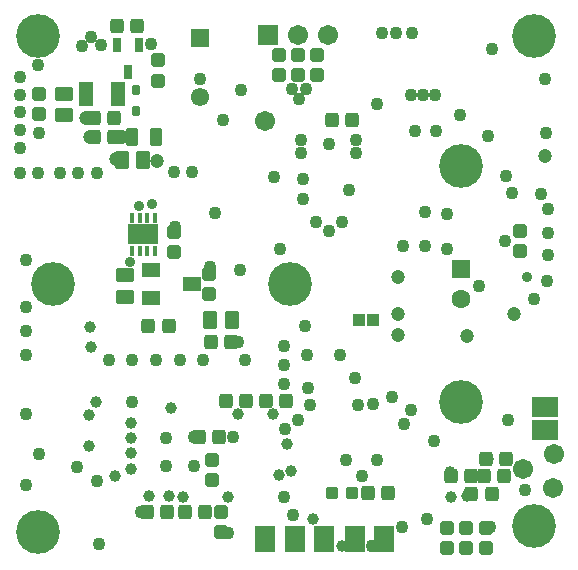
<source format=gbs>
G04 Layer_Color=16711935*
%FSLAX44Y44*%
%MOMM*%
G71*
G01*
G75*
%ADD17R,1.0000X1.0000*%
G04:AMPARAMS|DCode=78|XSize=1.2032mm|YSize=1.1032mm|CornerRadius=0.2141mm|HoleSize=0mm|Usage=FLASHONLY|Rotation=270.000|XOffset=0mm|YOffset=0mm|HoleType=Round|Shape=RoundedRectangle|*
%AMROUNDEDRECTD78*
21,1,1.2032,0.6750,0,0,270.0*
21,1,0.7750,1.1032,0,0,270.0*
1,1,0.4282,-0.3375,-0.3875*
1,1,0.4282,-0.3375,0.3875*
1,1,0.4282,0.3375,0.3875*
1,1,0.4282,0.3375,-0.3875*
%
%ADD78ROUNDEDRECTD78*%
G04:AMPARAMS|DCode=82|XSize=1.6032mm|YSize=1.2032mm|CornerRadius=0.2266mm|HoleSize=0mm|Usage=FLASHONLY|Rotation=0.000|XOffset=0mm|YOffset=0mm|HoleType=Round|Shape=RoundedRectangle|*
%AMROUNDEDRECTD82*
21,1,1.6032,0.7500,0,0,0.0*
21,1,1.1500,1.2032,0,0,0.0*
1,1,0.4532,0.5750,-0.3750*
1,1,0.4532,-0.5750,-0.3750*
1,1,0.4532,-0.5750,0.3750*
1,1,0.4532,0.5750,0.3750*
%
%ADD82ROUNDEDRECTD82*%
G04:AMPARAMS|DCode=83|XSize=0.8532mm|YSize=0.7032mm|CornerRadius=0.1516mm|HoleSize=0mm|Usage=FLASHONLY|Rotation=270.000|XOffset=0mm|YOffset=0mm|HoleType=Round|Shape=RoundedRectangle|*
%AMROUNDEDRECTD83*
21,1,0.8532,0.4000,0,0,270.0*
21,1,0.5500,0.7032,0,0,270.0*
1,1,0.3032,-0.2000,-0.2750*
1,1,0.3032,-0.2000,0.2750*
1,1,0.3032,0.2000,0.2750*
1,1,0.3032,0.2000,-0.2750*
%
%ADD83ROUNDEDRECTD83*%
G04:AMPARAMS|DCode=86|XSize=1.2032mm|YSize=1.1032mm|CornerRadius=0.2141mm|HoleSize=0mm|Usage=FLASHONLY|Rotation=0.000|XOffset=0mm|YOffset=0mm|HoleType=Round|Shape=RoundedRectangle|*
%AMROUNDEDRECTD86*
21,1,1.2032,0.6750,0,0,0.0*
21,1,0.7750,1.1032,0,0,0.0*
1,1,0.4282,0.3875,-0.3375*
1,1,0.4282,-0.3875,-0.3375*
1,1,0.4282,-0.3875,0.3375*
1,1,0.4282,0.3875,0.3375*
%
%ADD86ROUNDEDRECTD86*%
G04:AMPARAMS|DCode=87|XSize=1.5032mm|YSize=1.0032mm|CornerRadius=0.2016mm|HoleSize=0mm|Usage=FLASHONLY|Rotation=270.000|XOffset=0mm|YOffset=0mm|HoleType=Round|Shape=RoundedRectangle|*
%AMROUNDEDRECTD87*
21,1,1.5032,0.6000,0,0,270.0*
21,1,1.1000,1.0032,0,0,270.0*
1,1,0.4032,-0.3000,-0.5500*
1,1,0.4032,-0.3000,0.5500*
1,1,0.4032,0.3000,0.5500*
1,1,0.4032,0.3000,-0.5500*
%
%ADD87ROUNDEDRECTD87*%
%ADD107C,3.7032*%
%ADD108C,1.6032*%
%ADD109R,1.6032X1.6032*%
%ADD110C,1.0032*%
%ADD111C,1.7032*%
%ADD112R,1.7032X1.7032*%
%ADD113R,1.5532X1.5532*%
%ADD114C,1.5532*%
%ADD115C,1.1032*%
%ADD116C,0.9032*%
%ADD117C,1.2032*%
G04:AMPARAMS|DCode=118|XSize=1.6032mm|YSize=1.2032mm|CornerRadius=0.2266mm|HoleSize=0mm|Usage=FLASHONLY|Rotation=90.000|XOffset=0mm|YOffset=0mm|HoleType=Round|Shape=RoundedRectangle|*
%AMROUNDEDRECTD118*
21,1,1.6032,0.7500,0,0,90.0*
21,1,1.1500,1.2032,0,0,90.0*
1,1,0.4532,0.3750,0.5750*
1,1,0.4532,0.3750,-0.5750*
1,1,0.4532,-0.3750,-0.5750*
1,1,0.4532,-0.3750,0.5750*
%
%ADD118ROUNDEDRECTD118*%
%ADD119R,1.3032X2.0032*%
%ADD120R,0.8032X1.2532*%
%ADD121R,2.2032X1.7032*%
%ADD122R,1.7032X2.2032*%
G04:AMPARAMS|DCode=123|XSize=1.0032mm|YSize=1.0032mm|CornerRadius=0.2016mm|HoleSize=0mm|Usage=FLASHONLY|Rotation=180.000|XOffset=0mm|YOffset=0mm|HoleType=Round|Shape=RoundedRectangle|*
%AMROUNDEDRECTD123*
21,1,1.0032,0.6000,0,0,180.0*
21,1,0.6000,1.0032,0,0,180.0*
1,1,0.4032,-0.3000,0.3000*
1,1,0.4032,0.3000,0.3000*
1,1,0.4032,0.3000,-0.3000*
1,1,0.4032,-0.3000,-0.3000*
%
%ADD123ROUNDEDRECTD123*%
%ADD124R,2.5032X1.7032*%
%ADD125R,0.4532X0.9032*%
%ADD126R,1.6032X1.2032*%
D17*
X314000Y-271000D02*
D03*
X302000D02*
D03*
D78*
X409000Y-388000D02*
D03*
X426000D02*
D03*
X140500Y-276000D02*
D03*
X123500D02*
D03*
X193500Y-289000D02*
D03*
X176500D02*
D03*
X77000Y-116000D02*
D03*
X94000D02*
D03*
Y-100000D02*
D03*
X77000D02*
D03*
X114000Y-22000D02*
D03*
X97000D02*
D03*
X240000Y-339000D02*
D03*
X223000D02*
D03*
X189000D02*
D03*
X206000D02*
D03*
X166000Y-370000D02*
D03*
X183000D02*
D03*
X122500Y-433000D02*
D03*
X139500D02*
D03*
X154500Y-433000D02*
D03*
X171500D02*
D03*
X397000Y-418000D02*
D03*
X414000D02*
D03*
X379500Y-403000D02*
D03*
X396500D02*
D03*
X326000Y-417000D02*
D03*
X309000D02*
D03*
X279000Y-101000D02*
D03*
X296000D02*
D03*
X424500Y-403000D02*
D03*
X407500D02*
D03*
D82*
X52000Y-79000D02*
D03*
Y-97000D02*
D03*
X104000Y-233000D02*
D03*
Y-251000D02*
D03*
D83*
X113000Y-94000D02*
D03*
Y-76000D02*
D03*
D86*
X438000Y-195500D02*
D03*
Y-212500D02*
D03*
X175000Y-231500D02*
D03*
Y-248500D02*
D03*
X31000Y-96500D02*
D03*
Y-79500D02*
D03*
X132000Y-51000D02*
D03*
Y-68000D02*
D03*
X177000Y-389500D02*
D03*
Y-406500D02*
D03*
X185000Y-433500D02*
D03*
Y-450500D02*
D03*
X409000Y-447000D02*
D03*
Y-464000D02*
D03*
X392000Y-447000D02*
D03*
Y-464000D02*
D03*
X376000Y-464000D02*
D03*
Y-447000D02*
D03*
X145000Y-196000D02*
D03*
Y-213000D02*
D03*
X234000Y-63500D02*
D03*
Y-46500D02*
D03*
X250000Y-63500D02*
D03*
Y-46500D02*
D03*
X266000Y-63500D02*
D03*
Y-46500D02*
D03*
D87*
X130000Y-116000D02*
D03*
X110000D02*
D03*
D107*
X30000Y-30000D02*
D03*
Y-450000D02*
D03*
X450000Y-445000D02*
D03*
Y-30000D02*
D03*
X388000Y-140000D02*
D03*
Y-340000D02*
D03*
X243000Y-240000D02*
D03*
X43000D02*
D03*
D108*
X388000Y-252700D02*
D03*
D109*
Y-227300D02*
D03*
D110*
X229000Y-350000D02*
D03*
X199000D02*
D03*
X411000Y-388000D02*
D03*
X379500Y-420814D02*
D03*
X378500Y-399000D02*
D03*
X393000Y-420000D02*
D03*
X73000Y-350999D02*
D03*
X141000Y-420000D02*
D03*
X142500Y-345500D02*
D03*
X109000Y-371000D02*
D03*
X109000Y-382999D02*
D03*
X262500Y-439000D02*
D03*
X273000Y-462000D02*
D03*
X286999Y-461999D02*
D03*
X248000Y-462000D02*
D03*
X222000D02*
D03*
X241000Y-376000D02*
D03*
X234000Y-402000D02*
D03*
X73000Y-377000D02*
D03*
X79000Y-340000D02*
D03*
X74000Y-277000D02*
D03*
X75000Y-294000D02*
D03*
X109000Y-397000D02*
D03*
X152500Y-420500D02*
D03*
X244500Y-398893D02*
D03*
X95000Y-403000D02*
D03*
X191000Y-421000D02*
D03*
X124000Y-420000D02*
D03*
X109000Y-358000D02*
D03*
D111*
X222000Y-102000D02*
D03*
X275400Y-29000D02*
D03*
X250000D02*
D03*
X465730Y-412730D02*
D03*
X467000Y-384000D02*
D03*
X441000Y-397000D02*
D03*
D112*
X224600Y-29000D02*
D03*
D113*
X167000Y-32000D02*
D03*
D114*
X167000Y-82000D02*
D03*
D115*
X304000Y-403000D02*
D03*
X317000Y-389000D02*
D03*
X291000D02*
D03*
X428000Y-355000D02*
D03*
X90000Y-305000D02*
D03*
X205000D02*
D03*
X170000D02*
D03*
X150000D02*
D03*
X130000D02*
D03*
X110000D02*
D03*
X293000Y-161000D02*
D03*
X254000Y-168000D02*
D03*
Y-151000D02*
D03*
X187000Y-101000D02*
D03*
X167000Y-67000D02*
D03*
X347000Y-28000D02*
D03*
X332750Y-28000D02*
D03*
X298000Y-320000D02*
D03*
X238000Y-325000D02*
D03*
Y-293000D02*
D03*
Y-309000D02*
D03*
X258000Y-300000D02*
D03*
X365000Y-373000D02*
D03*
X256000Y-275999D02*
D03*
X30000Y-146000D02*
D03*
X145000Y-145000D02*
D03*
X80000Y-146000D02*
D03*
X64000D02*
D03*
X49000D02*
D03*
X30000Y-55000D02*
D03*
X15000Y-65000D02*
D03*
Y-80000D02*
D03*
Y-95000D02*
D03*
Y-110000D02*
D03*
Y-125000D02*
D03*
X67000Y-39000D02*
D03*
X75000Y-31000D02*
D03*
X83000Y-38000D02*
D03*
X31000Y-112000D02*
D03*
X462000Y-197000D02*
D03*
X461000Y-238000D02*
D03*
X462000Y-216000D02*
D03*
Y-177000D02*
D03*
X450000Y-253000D02*
D03*
X413000Y-446000D02*
D03*
X313000Y-462000D02*
D03*
X20000Y-300000D02*
D03*
Y-280000D02*
D03*
Y-260000D02*
D03*
Y-220000D02*
D03*
X403000Y-242000D02*
D03*
X456000Y-164000D02*
D03*
X431000Y-163000D02*
D03*
X426000Y-148500D02*
D03*
X456000Y-366000D02*
D03*
X457000Y-346000D02*
D03*
X442000Y-415000D02*
D03*
X146000Y-192000D02*
D03*
X145000Y-213000D02*
D03*
X199000Y-289000D02*
D03*
X425000Y-204000D02*
D03*
X376000Y-181000D02*
D03*
X459000Y-67000D02*
D03*
X126000Y-37000D02*
D03*
X321000Y-28000D02*
D03*
X132000Y-68000D02*
D03*
X20000Y-350000D02*
D03*
Y-410000D02*
D03*
X138000Y-371000D02*
D03*
Y-394000D02*
D03*
X162000D02*
D03*
Y-370000D02*
D03*
X195000D02*
D03*
X117000Y-433000D02*
D03*
X376999Y-464999D02*
D03*
X260000Y-343000D02*
D03*
X346000Y-347000D02*
D03*
X82000Y-460000D02*
D03*
X191000Y-451000D02*
D03*
X246000Y-436000D02*
D03*
X358000Y-179000D02*
D03*
X63000Y-395000D02*
D03*
X286000Y-300000D02*
D03*
X238000Y-421000D02*
D03*
X358000Y-208000D02*
D03*
X339000D02*
D03*
X376000Y-211000D02*
D03*
X411000Y-115000D02*
D03*
X366000Y-80000D02*
D03*
X367000Y-111000D02*
D03*
X356000Y-80000D02*
D03*
X31000Y-384000D02*
D03*
X250000Y-355000D02*
D03*
X239000Y-363000D02*
D03*
X359000Y-439000D02*
D03*
X338000Y-446000D02*
D03*
X339999Y-358999D02*
D03*
X387000Y-97000D02*
D03*
X349000Y-111000D02*
D03*
X80000Y-407000D02*
D03*
X235000Y-211000D02*
D03*
X15000Y-146000D02*
D03*
X110000Y-340000D02*
D03*
X414000Y-41000D02*
D03*
X287000Y-188000D02*
D03*
X276000Y-195000D02*
D03*
X265000Y-188000D02*
D03*
X276000Y-122000D02*
D03*
X202000Y-76000D02*
D03*
X257000Y-75000D02*
D03*
X251000Y-84000D02*
D03*
X330000Y-336000D02*
D03*
X314000Y-342000D02*
D03*
X301000Y-343000D02*
D03*
X259000Y-328000D02*
D03*
X222000Y-102000D02*
D03*
X253000Y-118000D02*
D03*
Y-129000D02*
D03*
X296000Y-101000D02*
D03*
X317000Y-88000D02*
D03*
X245000Y-75000D02*
D03*
X299000Y-118000D02*
D03*
Y-129000D02*
D03*
X346000Y-80000D02*
D03*
X180000Y-180000D02*
D03*
X160000Y-145000D02*
D03*
X230000Y-150000D02*
D03*
X460000Y-112000D02*
D03*
X201000Y-228000D02*
D03*
X176000Y-226000D02*
D03*
D116*
X108000Y-222000D02*
D03*
X112000Y-195000D02*
D03*
X126750Y-172250D02*
D03*
X115500Y-174500D02*
D03*
X444000Y-234000D02*
D03*
X123000Y-228000D02*
D03*
X127000Y-201000D02*
D03*
X122000Y-195000D02*
D03*
X117000Y-201000D02*
D03*
D117*
X74000Y-116000D02*
D03*
X96000Y-134000D02*
D03*
X459000Y-132000D02*
D03*
X393000Y-284500D02*
D03*
X433000Y-266000D02*
D03*
X335000D02*
D03*
Y-283500D02*
D03*
X335000Y-234000D02*
D03*
X131000Y-136000D02*
D03*
X101000Y-116000D02*
D03*
X52000Y-97000D02*
D03*
X71000Y-100000D02*
D03*
D118*
X194000Y-271000D02*
D03*
X176000D02*
D03*
X101000Y-135000D02*
D03*
X119000D02*
D03*
D119*
X97500Y-79000D02*
D03*
X70500D02*
D03*
D120*
X96500Y-37500D02*
D03*
X115500D02*
D03*
X106000Y-60500D02*
D03*
D121*
X459000Y-344000D02*
D03*
Y-364000D02*
D03*
D122*
X222600Y-456200D02*
D03*
X248000D02*
D03*
X272000Y-456000D02*
D03*
X323000D02*
D03*
X298000D02*
D03*
D123*
X295500Y-417000D02*
D03*
X278500D02*
D03*
D124*
X119000Y-198000D02*
D03*
D125*
X129000Y-184000D02*
D03*
X122500Y-183970D02*
D03*
X116000D02*
D03*
X109500D02*
D03*
X129000Y-212000D02*
D03*
X122500Y-211970D02*
D03*
X116000D02*
D03*
X109500D02*
D03*
D126*
X160000Y-240000D02*
D03*
X126000Y-252000D02*
D03*
Y-228000D02*
D03*
M02*

</source>
